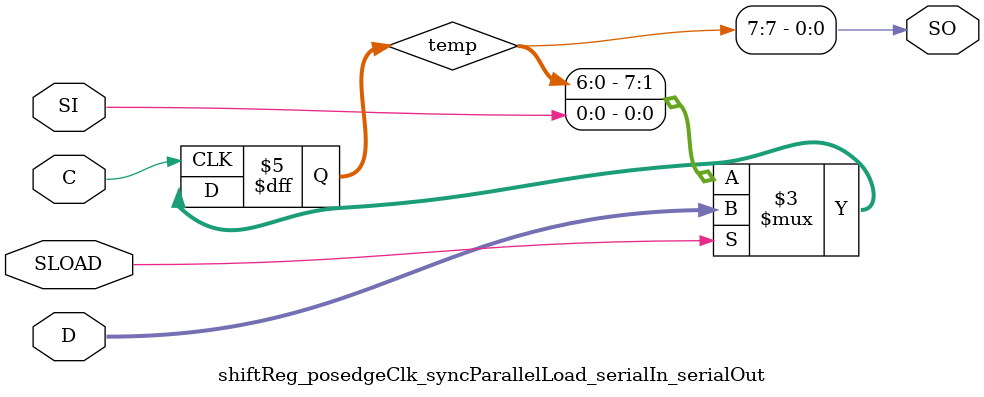
<source format=v>
`timescale 1ns / 1ps
module shiftReg_posedgeClk_syncParallelLoad_serialIn_serialOut(
    input C,
    input SLOAD,
    input SI,
    input [7:0] D,
    output SO
    );
	 
	 reg [7:0] temp;
	 
	 always @ (posedge C) begin
		if (SLOAD)
			temp <= D;
		else
			temp <= {temp[6:0], SI};
	 end
	 
	 assign SO = temp[7];
endmodule

</source>
